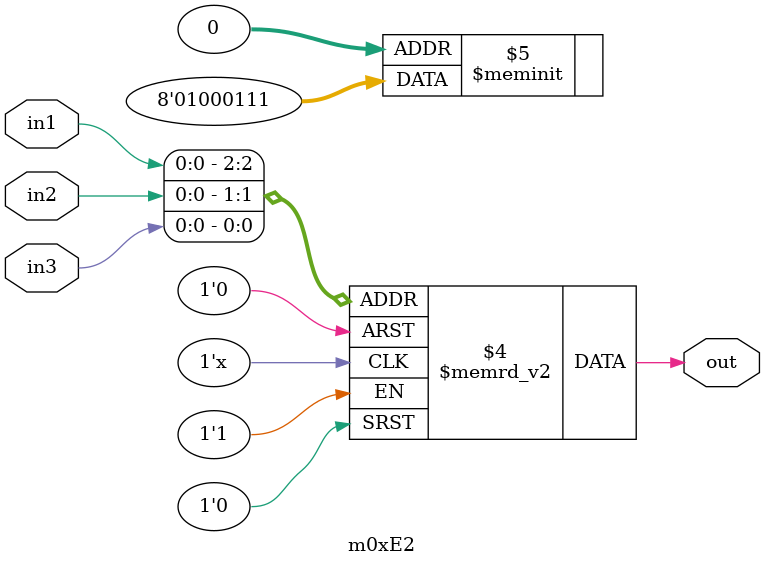
<source format=v>
module m0xE2(output out, input in1, in2, in3);

   always @(in1, in2, in3)
     begin
        case({in1, in2, in3})
          3'b000: {out} = 1'b1;
          3'b001: {out} = 1'b1;
          3'b010: {out} = 1'b1;
          3'b011: {out} = 1'b0;
          3'b100: {out} = 1'b0;
          3'b101: {out} = 1'b0;
          3'b110: {out} = 1'b1;
          3'b111: {out} = 1'b0;
        endcase // case ({in1, in2, in3})
     end // always @ (in1, in2, in3)

endmodule // m0xE2
</source>
